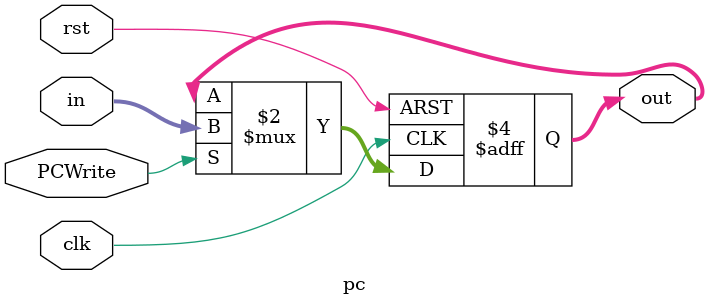
<source format=v>
module pc(
	input clk,
	input rst,
	input PCWrite,
	input [31:0] in, 

	output reg [31:0] out);

always @(posedge clk or posedge rst)
begin
	if(rst) begin
		out <= 0;
	end 
	else if (PCWrite) begin
		out <= in;
	end
end

endmodule
</source>
